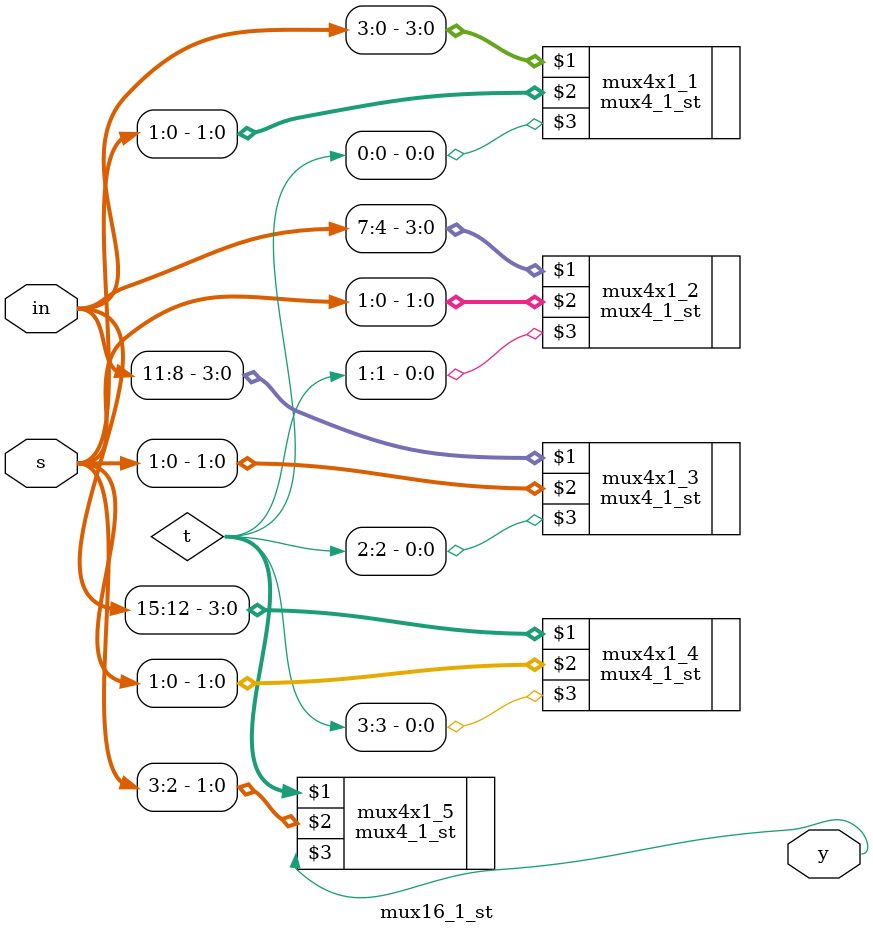
<source format=v>
module mux16_1_st(in,s,y);
input [15:0]in;
input[3:0]s;
output y;
wire [3:0]t;
mux4_1_st mux4x1_1(in[3:0],s[1:0],t[0]);
mux4_1_st mux4x1_2(in[7:4],s[1:0],t[1]);
mux4_1_st mux4x1_3(in[11:8],s[1:0],t[2]);
mux4_1_st mux4x1_4(in[15:12],s[1:0],t[3]);
mux4_1_st mux4x1_5(t,s[3:2],y);
endmodule


</source>
